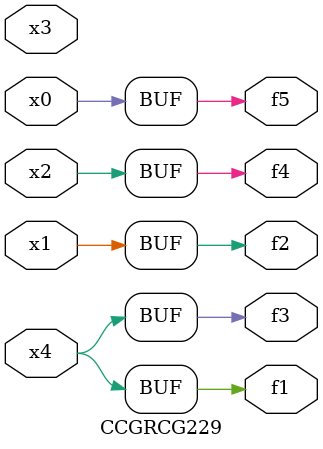
<source format=v>
module CCGRCG229(
	input x0, x1, x2, x3, x4,
	output f1, f2, f3, f4, f5
);
	assign f1 = x4;
	assign f2 = x1;
	assign f3 = x4;
	assign f4 = x2;
	assign f5 = x0;
endmodule

</source>
